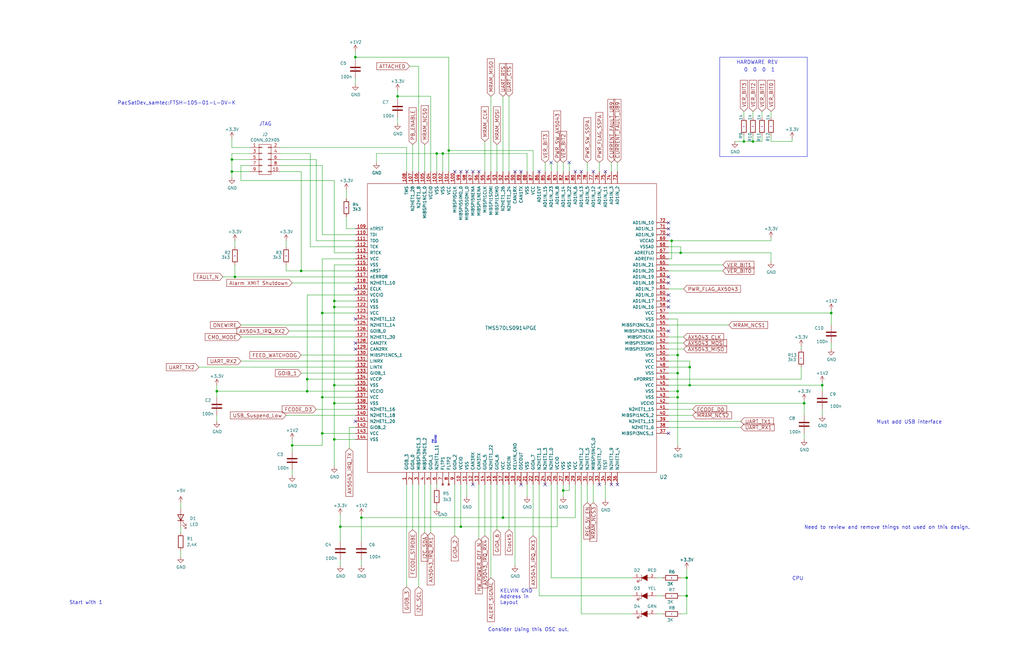
<source format=kicad_sch>
(kicad_sch (version 20230121) (generator eeschema)
  (paper "USLedger")
  (title_block (title "Radiation Tolerant PacSat Communication") (date "2023-06-17") (rev "1.1") (company "AMSAT-NA") (comment 1 "N5BRG"))
  (junction (at 129.54 165.1))
  (junction (at 140.97 170.18))
  (junction (at 194.31 222.25))
  (junction (at 285.75 165.1))
  (junction (at 313.69 59.69))
  (junction (at 140.97 162.56))
  (junction (at 152.4 218.44))
  (junction (at 189.23 63.5))
  (junction (at 285.75 157.48))
  (junction (at 350.52 132.08))
  (junction (at 97.79 67.31))
  (junction (at 143.51 222.25))
  (junction (at 285.75 149.86))
  (junction (at 129.54 160.02))
  (junction (at 287.02 106.68))
  (junction (at 184.15 64.77))
  (junction (at 99.06 116.84))
  (junction (at 290.83 154.94))
  (junction (at 289.56 251.46))
  (junction (at 149.86 24.13))
  (junction (at 289.56 243.84))
  (junction (at 140.97 127))
  (junction (at 212.09 218.44))
  (junction (at 167.64 40.64))
  (junction (at 237.49 207.01))
  (junction (at 135.89 132.08))
  (junction (at 91.44 165.1))
  (junction (at 346.71 162.56))
  (junction (at 135.89 167.64))
  (junction (at 135.89 182.88))
  (junction (at 339.09 170.18))
  (junction (at 140.97 129.54))
  (junction (at 317.5 59.69))
  (junction (at 285.75 167.64))
  (junction (at 127 114.3))
  (junction (at 140.97 185.42))
  (junction (at 186.69 64.77))
  (junction (at 97.79 72.39))
  (junction (at 123.19 187.96))
  (junction (at 283.21 101.6))
  (junction (at 290.83 162.56))
  (no_connect (at 281.94 96.52))
  (no_connect (at 281.94 124.46))
  (no_connect (at 191.77 72.39))
  (no_connect (at 232.41 68.58))
  (no_connect (at 257.81 204.47))
  (no_connect (at 281.94 139.7))
  (no_connect (at 199.39 204.47))
  (no_connect (at 199.39 72.39))
  (no_connect (at 281.94 129.54))
  (no_connect (at 281.94 182.88))
  (no_connect (at 196.85 72.39))
  (no_connect (at 194.31 72.39))
  (no_connect (at 227.33 72.39))
  (no_connect (at 219.71 204.47))
  (no_connect (at 281.94 127))
  (no_connect (at 260.35 204.47))
  (no_connect (at 217.17 72.39))
  (no_connect (at 149.86 144.78))
  (no_connect (at 149.86 177.8))
  (no_connect (at 219.71 72.39))
  (no_connect (at 242.57 72.39))
  (no_connect (at 281.94 119.38))
  (no_connect (at 245.11 72.39))
  (no_connect (at 281.94 99.06))
  (no_connect (at 149.86 147.32))
  (no_connect (at 201.93 72.39))
  (no_connect (at 252.73 204.47))
  (no_connect (at 229.87 204.47))
  (no_connect (at 281.94 116.84))
  (no_connect (at 255.27 72.39))
  (no_connect (at 149.86 121.92))
  (no_connect (at 281.94 93.98))
  (no_connect (at 240.03 68.58))
  (no_connect (at 149.86 134.62))
  (no_connect (at 250.19 72.39))
  (wire (pts (xy 245.11 259.08) (xy 266.7 259.08)))
  (wire (pts (xy 91.44 162.56) (xy 91.44 165.1)))
  (wire (pts (xy 285.75 165.1) (xy 281.94 165.1)))
  (wire (pts (xy 135.89 182.88) (xy 135.89 187.96)))
  (wire (pts (xy 129.54 124.46) (xy 129.54 160.02)))
  (wire (pts (xy 339.09 170.18) (xy 339.09 175.26)))
  (wire (pts (xy 133.35 101.6) (xy 133.35 67.31)))
  (wire (pts (xy 143.51 236.22) (xy 143.51 238.76)))
  (wire (pts (xy 232.41 68.58) (xy 232.41 72.39)))
  (wire (pts (xy 91.44 175.26) (xy 91.44 177.8)))
  (wire (pts (xy 140.97 170.18) (xy 149.86 170.18)))
  (wire (pts (xy 350.52 132.08) (xy 350.52 137.16)))
  (wire (pts (xy 281.94 175.26) (xy 292.1 175.26)))
  (wire (pts (xy 152.4 217.17) (xy 152.4 218.44)))
  (wire (pts (xy 120.65 101.6) (xy 120.65 104.14)))
  (wire (pts (xy 140.97 127) (xy 149.86 127)))
  (wire (pts (xy 101.6 137.16) (xy 149.86 137.16)))
  (wire (pts (xy 285.75 149.86) (xy 285.75 157.48)))
  (wire (pts (xy 194.31 222.25) (xy 234.95 222.25)))
  (wire (pts (xy 149.86 109.22) (xy 135.89 109.22)))
  (wire (pts (xy 143.51 222.25) (xy 143.51 228.6)))
  (wire (pts (xy 127 72.39) (xy 118.11 72.39)))
  (wire (pts (xy 350.52 130.81) (xy 350.52 132.08)))
  (wire (pts (xy 140.97 76.2) (xy 101.6 76.2)))
  (wire (pts (xy 317.5 59.69) (xy 321.31 59.69)))
  (wire (pts (xy 123.19 187.96) (xy 123.19 190.5)))
  (wire (pts (xy 97.79 62.23) (xy 97.79 58.42)))
  (wire (pts (xy 281.94 180.34) (xy 312.42 180.34)))
  (wire (pts (xy 101.6 142.24) (xy 149.86 142.24)))
  (wire (pts (xy 101.6 76.2) (xy 101.6 69.85)))
  (wire (pts (xy 146.05 96.52) (xy 149.86 96.52)))
  (wire (pts (xy 152.4 218.44) (xy 152.4 228.6)))
  (wire (pts (xy 204.47 226.06) (xy 204.47 204.47)))
  (wire (pts (xy 290.83 152.4) (xy 281.94 152.4)))
  (wire (pts (xy 287.02 243.84) (xy 289.56 243.84)))
  (wire (pts (xy 281.94 177.8) (xy 312.42 177.8)))
  (wire (pts (xy 133.35 67.31) (xy 118.11 67.31)))
  (wire (pts (xy 158.75 64.77) (xy 158.75 68.58)))
  (wire (pts (xy 252.73 68.58) (xy 252.73 72.39)))
  (wire (pts (xy 91.44 165.1) (xy 91.44 167.64)))
  (wire (pts (xy 212.09 218.44) (xy 242.57 218.44)))
  (wire (pts (xy 176.53 27.94) (xy 172.72 27.94)))
  (wire (pts (xy 129.54 124.46) (xy 149.86 124.46)))
  (wire (pts (xy 234.95 68.58) (xy 234.95 72.39)))
  (wire (pts (xy 247.65 68.58) (xy 247.65 72.39)))
  (wire (pts (xy 143.51 222.25) (xy 194.31 222.25)))
  (wire (pts (xy 105.41 62.23) (xy 97.79 62.23)))
  (wire (pts (xy 99.06 116.84) (xy 149.86 116.84)))
  (wire (pts (xy 234.95 222.25) (xy 234.95 204.47)))
  (wire (pts (xy 276.86 259.08) (xy 279.4 259.08)))
  (wire (pts (xy 135.89 187.96) (xy 123.19 187.96)))
  (wire (pts (xy 201.93 204.47) (xy 201.93 227.33)))
  (wire (pts (xy 212.09 204.47) (xy 212.09 218.44)))
  (wire (pts (xy 350.52 144.78) (xy 350.52 147.32)))
  (wire (pts (xy 304.8 114.3) (xy 281.94 114.3)))
  (wire (pts (xy 149.86 149.86) (xy 127 149.86)))
  (wire (pts (xy 149.86 152.4) (xy 101.6 152.4)))
  (wire (pts (xy 133.35 172.72) (xy 149.86 172.72)))
  (wire (pts (xy 120.65 175.26) (xy 149.86 175.26)))
  (wire (pts (xy 207.01 72.39) (xy 207.01 40.64)))
  (wire (pts (xy 167.64 49.53) (xy 167.64 52.07)))
  (wire (pts (xy 191.77 204.47) (xy 191.77 226.06)))
  (wire (pts (xy 281.94 134.62) (xy 285.75 134.62)))
  (wire (pts (xy 127 114.3) (xy 127 72.39)))
  (polyline (pts (xy 340.36 24.13) (xy 303.53 24.13)))
  (wire (pts (xy 255.27 204.47) (xy 255.27 210.82)))
  (wire (pts (xy 281.94 121.92) (xy 288.29 121.92)))
  (wire (pts (xy 289.56 259.08) (xy 287.02 259.08)))
  (wire (pts (xy 140.97 111.76) (xy 140.97 127)))
  (wire (pts (xy 209.55 72.39) (xy 209.55 60.96)))
  (wire (pts (xy 240.03 207.01) (xy 240.03 204.47)))
  (wire (pts (xy 334.01 59.69) (xy 334.01 58.42)))
  (wire (pts (xy 129.54 160.02) (xy 129.54 165.1)))
  (wire (pts (xy 222.25 64.77) (xy 222.25 72.39)))
  (wire (pts (xy 337.82 160.02) (xy 281.94 160.02)))
  (wire (pts (xy 337.82 146.05) (xy 337.82 147.32)))
  (wire (pts (xy 346.71 172.72) (xy 346.71 175.26)))
  (wire (pts (xy 149.86 104.14) (xy 130.81 104.14)))
  (polyline (pts (xy 303.53 66.04) (xy 340.36 66.04)))
  (wire (pts (xy 209.55 204.47) (xy 209.55 223.52)))
  (wire (pts (xy 325.12 106.68) (xy 325.12 110.49)))
  (wire (pts (xy 179.07 224.79) (xy 179.07 204.47)))
  (wire (pts (xy 99.06 111.76) (xy 99.06 116.84)))
  (wire (pts (xy 289.56 240.03) (xy 289.56 243.84)))
  (wire (pts (xy 97.79 72.39) (xy 105.41 72.39)))
  (wire (pts (xy 281.94 147.32) (xy 288.29 147.32)))
  (wire (pts (xy 281.94 111.76) (xy 304.8 111.76)))
  (wire (pts (xy 281.94 109.22) (xy 283.21 109.22)))
  (wire (pts (xy 281.94 137.16) (xy 307.34 137.16)))
  (wire (pts (xy 127 157.48) (xy 149.86 157.48)))
  (wire (pts (xy 309.88 59.69) (xy 313.69 59.69)))
  (wire (pts (xy 237.49 68.58) (xy 237.49 72.39)))
  (wire (pts (xy 173.99 60.96) (xy 173.99 72.39)))
  (wire (pts (xy 91.44 165.1) (xy 129.54 165.1)))
  (wire (pts (xy 123.19 119.38) (xy 149.86 119.38)))
  (wire (pts (xy 181.61 204.47) (xy 181.61 224.79)))
  (wire (pts (xy 237.49 207.01) (xy 240.03 207.01)))
  (wire (pts (xy 222.25 204.47) (xy 222.25 209.55)))
  (wire (pts (xy 140.97 185.42) (xy 149.86 185.42)))
  (wire (pts (xy 204.47 72.39) (xy 204.47 59.69)))
  (wire (pts (xy 171.45 72.39) (xy 171.45 62.23)))
  (wire (pts (xy 149.86 132.08) (xy 135.89 132.08)))
  (wire (pts (xy 135.89 132.08) (xy 135.89 167.64)))
  (wire (pts (xy 97.79 64.77) (xy 97.79 67.31)))
  (wire (pts (xy 130.81 104.14) (xy 130.81 64.77)))
  (wire (pts (xy 135.89 109.22) (xy 135.89 132.08)))
  (wire (pts (xy 167.64 38.1) (xy 167.64 40.64)))
  (wire (pts (xy 127 114.3) (xy 149.86 114.3)))
  (wire (pts (xy 121.92 139.7) (xy 149.86 139.7)))
  (wire (pts (xy 227.33 204.47) (xy 227.33 251.46)))
  (wire (pts (xy 149.86 33.02) (xy 149.86 35.56)))
  (wire (pts (xy 290.83 162.56) (xy 346.71 162.56)))
  (wire (pts (xy 152.4 236.22) (xy 152.4 238.76)))
  (wire (pts (xy 283.21 109.22) (xy 283.21 101.6)))
  (wire (pts (xy 99.06 101.6) (xy 99.06 104.14)))
  (wire (pts (xy 140.97 129.54) (xy 149.86 129.54)))
  (wire (pts (xy 130.81 64.77) (xy 118.11 64.77)))
  (wire (pts (xy 212.09 40.64) (xy 212.09 72.39)))
  (wire (pts (xy 281.94 162.56) (xy 290.83 162.56)))
  (wire (pts (xy 194.31 222.25) (xy 194.31 204.47)))
  (wire (pts (xy 158.75 64.77) (xy 184.15 64.77)))
  (wire (pts (xy 184.15 213.36) (xy 184.15 214.63)))
  (wire (pts (xy 140.97 162.56) (xy 140.97 170.18)))
  (wire (pts (xy 135.89 69.85) (xy 118.11 69.85)))
  (wire (pts (xy 189.23 24.13) (xy 189.23 63.5)))
  (wire (pts (xy 140.97 162.56) (xy 149.86 162.56)))
  (wire (pts (xy 290.83 152.4) (xy 290.83 154.94)))
  (wire (pts (xy 229.87 68.58) (xy 229.87 72.39)))
  (wire (pts (xy 97.79 67.31) (xy 97.79 72.39)))
  (wire (pts (xy 346.71 161.29) (xy 346.71 162.56)))
  (wire (pts (xy 325.12 101.6) (xy 325.12 100.33)))
  (wire (pts (xy 149.86 24.13) (xy 149.86 25.4)))
  (wire (pts (xy 285.75 157.48) (xy 281.94 157.48)))
  (wire (pts (xy 242.57 218.44) (xy 242.57 204.47)))
  (polyline (pts (xy 340.36 66.04) (xy 340.36 24.13)))
  (wire (pts (xy 285.75 157.48) (xy 285.75 165.1)))
  (wire (pts (xy 186.69 64.77) (xy 186.69 72.39)))
  (wire (pts (xy 224.79 63.5) (xy 189.23 63.5)))
  (wire (pts (xy 105.41 67.31) (xy 97.79 67.31)))
  (wire (pts (xy 143.51 217.17) (xy 143.51 222.25)))
  (wire (pts (xy 325.12 59.69) (xy 334.01 59.69)))
  (wire (pts (xy 184.15 72.39) (xy 184.15 64.77)))
  (wire (pts (xy 135.89 167.64) (xy 149.86 167.64)))
  (wire (pts (xy 232.41 243.84) (xy 266.7 243.84)))
  (wire (pts (xy 140.97 129.54) (xy 140.97 162.56)))
  (wire (pts (xy 129.54 165.1) (xy 149.86 165.1)))
  (wire (pts (xy 292.1 172.72) (xy 281.94 172.72)))
  (wire (pts (xy 317.5 49.53) (xy 317.5 46.99)))
  (wire (pts (xy 276.86 243.84) (xy 279.4 243.84)))
  (wire (pts (xy 337.82 154.94) (xy 337.82 160.02)))
  (wire (pts (xy 285.75 167.64) (xy 281.94 167.64)))
  (wire (pts (xy 232.41 204.47) (xy 232.41 243.84)))
  (wire (pts (xy 214.63 204.47) (xy 214.63 223.52)))
  (wire (pts (xy 149.86 99.06) (xy 135.89 99.06)))
  (wire (pts (xy 281.94 132.08) (xy 350.52 132.08)))
  (wire (pts (xy 186.69 64.77) (xy 222.25 64.77)))
  (wire (pts (xy 167.64 40.64) (xy 167.64 41.91)))
  (wire (pts (xy 105.41 64.77) (xy 97.79 64.77)))
  (wire (pts (xy 281.94 144.78) (xy 288.29 144.78)))
  (polyline (pts (xy 303.53 24.13) (xy 303.53 66.04)))
  (wire (pts (xy 189.23 63.5) (xy 189.23 72.39)))
  (wire (pts (xy 152.4 218.44) (xy 212.09 218.44)))
  (wire (pts (xy 135.89 167.64) (xy 135.89 182.88)))
  (wire (pts (xy 289.56 243.84) (xy 289.56 251.46)))
  (wire (pts (xy 346.71 162.56) (xy 346.71 165.1)))
  (wire (pts (xy 135.89 182.88) (xy 149.86 182.88)))
  (wire (pts (xy 285.75 167.64) (xy 285.75 187.96)))
  (wire (pts (xy 101.6 69.85) (xy 105.41 69.85)))
  (wire (pts (xy 321.31 59.69) (xy 321.31 57.15)))
  (wire (pts (xy 171.45 62.23) (xy 118.11 62.23)))
  (wire (pts (xy 281.94 142.24) (xy 288.29 142.24)))
  (wire (pts (xy 149.86 111.76) (xy 140.97 111.76)))
  (wire (pts (xy 120.65 114.3) (xy 120.65 111.76)))
  (wire (pts (xy 290.83 154.94) (xy 281.94 154.94)))
  (wire (pts (xy 281.94 104.14) (xy 287.02 104.14)))
  (wire (pts (xy 257.81 68.58) (xy 257.81 72.39)))
  (wire (pts (xy 140.97 106.68) (xy 140.97 76.2)))
  (wire (pts (xy 224.79 72.39) (xy 224.79 63.5)))
  (wire (pts (xy 76.2 212.09) (xy 76.2 214.63)))
  (wire (pts (xy 171.45 247.65) (xy 171.45 204.47)))
  (wire (pts (xy 76.2 232.41) (xy 76.2 234.95)))
  (wire (pts (xy 240.03 68.58) (xy 240.03 72.39)))
  (wire (pts (xy 289.56 251.46) (xy 287.02 251.46)))
  (wire (pts (xy 283.21 101.6) (xy 325.12 101.6)))
  (wire (pts (xy 149.86 160.02) (xy 129.54 160.02)))
  (wire (pts (xy 196.85 204.47) (xy 196.85 209.55)))
  (wire (pts (xy 287.02 106.68) (xy 325.12 106.68)))
  (wire (pts (xy 281.94 101.6) (xy 283.21 101.6)))
  (wire (pts (xy 140.97 170.18) (xy 140.97 185.42)))
  (wire (pts (xy 289.56 251.46) (xy 289.56 259.08)))
  (wire (pts (xy 173.99 223.52) (xy 173.99 204.47)))
  (wire (pts (xy 146.05 91.44) (xy 146.05 96.52)))
  (wire (pts (xy 281.94 170.18) (xy 339.09 170.18)))
  (wire (pts (xy 313.69 46.99) (xy 313.69 49.53)))
  (wire (pts (xy 123.19 185.42) (xy 123.19 187.96)))
  (wire (pts (xy 149.86 106.68) (xy 140.97 106.68)))
  (wire (pts (xy 290.83 154.94) (xy 290.83 162.56)))
  (wire (pts (xy 214.63 40.64) (xy 214.63 72.39)))
  (wire (pts (xy 224.79 226.06) (xy 224.79 204.47)))
  (wire (pts (xy 217.17 204.47) (xy 217.17 238.76)))
  (wire (pts (xy 285.75 165.1) (xy 285.75 167.64)))
  (wire (pts (xy 149.86 24.13) (xy 189.23 24.13)))
  (wire (pts (xy 339.09 182.88) (xy 339.09 185.42)))
  (wire (pts (xy 149.86 180.34) (xy 147.32 180.34)))
  (wire (pts (xy 276.86 251.46) (xy 279.4 251.46)))
  (wire (pts (xy 313.69 59.69) (xy 317.5 59.69)))
  (wire (pts (xy 147.32 180.34) (xy 147.32 189.23)))
  (wire (pts (xy 184.15 204.47) (xy 184.15 205.74)))
  (wire (pts (xy 237.49 204.47) (xy 237.49 207.01)))
  (wire (pts (xy 227.33 251.46) (xy 266.7 251.46)))
  (wire (pts (xy 181.61 40.64) (xy 181.61 72.39)))
  (wire (pts (xy 184.15 64.77) (xy 186.69 64.77)))
  (wire (pts (xy 76.2 222.25) (xy 76.2 224.79)))
  (wire (pts (xy 167.64 40.64) (xy 181.61 40.64)))
  (wire (pts (xy 339.09 168.91) (xy 339.09 170.18)))
  (wire (pts (xy 281.94 106.68) (xy 287.02 106.68)))
  (wire (pts (xy 313.69 59.69) (xy 313.69 57.15)))
  (wire (pts (xy 176.53 27.94) (xy 176.53 72.39)))
  (wire (pts (xy 250.19 204.47) (xy 250.19 212.09)))
  (wire (pts (xy 237.49 207.01) (xy 237.49 209.55)))
  (wire (pts (xy 97.79 72.39) (xy 97.79 74.93)))
  (wire (pts (xy 245.11 204.47) (xy 245.11 259.08)))
  (wire (pts (xy 149.86 154.94) (xy 83.82 154.94)))
  (wire (pts (xy 287.02 104.14) (xy 287.02 106.68)))
  (wire (pts (xy 135.89 99.06) (xy 135.89 69.85)))
  (wire (pts (xy 123.19 198.12) (xy 123.19 200.66)))
  (wire (pts (xy 321.31 49.53) (xy 321.31 46.99)))
  (wire (pts (xy 146.05 80.01) (xy 146.05 83.82)))
  (wire (pts (xy 260.35 68.58) (xy 260.35 72.39)))
  (wire (pts (xy 149.86 101.6) (xy 133.35 101.6)))
  (wire (pts (xy 179.07 72.39) (xy 179.07 60.96)))
  (wire (pts (xy 207.01 243.84) (xy 207.01 204.47)))
  (wire (pts (xy 325.12 59.69) (xy 325.12 57.15)))
  (wire (pts (xy 140.97 185.42) (xy 140.97 196.85)))
  (wire (pts (xy 140.97 127) (xy 140.97 129.54)))
  (wire (pts (xy 285.75 134.62) (xy 285.75 149.86)))
  (wire (pts (xy 247.65 204.47) (xy 247.65 212.09)))
  (wire (pts (xy 93.98 116.84) (xy 99.06 116.84)))
  (wire (pts (xy 176.53 204.47) (xy 176.53 247.65)))
  (wire (pts (xy 325.12 49.53) (xy 325.12 46.99)))
  (wire (pts (xy 120.65 114.3) (xy 127 114.3)))
  (wire (pts (xy 317.5 57.15) (xy 317.5 59.69)))
  (wire (pts (xy 281.94 149.86) (xy 285.75 149.86)))
  (wire (pts (xy 149.86 21.59) (xy 149.86 24.13)))
  (text "CPU" (at 334.01 245.11 0) (effects (font (size 1.524 1.524)) (justify left bottom)))
  (text "PacSatDev_samtec:FTSH-105-01-L-DV-K" (at 49.53 44.45 0) (effects (font (size 1.524 1.524)) (justify left bottom)))
  (text "0" (at 321.31 30.48 0) (effects (font (size 1.524 1.524)) (justify left bottom)))
  (text "0" (at 313.69 30.48 0) (effects (font (size 1.524 1.524)) (justify left bottom)))
  (text "Consider Using this OSC out." (at 205.74 266.7 0) (effects (font (size 1.524 1.524)) (justify left bottom)))
  (text "JTAG" (at 109.22 53.34 0) (effects (font (size 1.524 1.524)) (justify left bottom)))
  (text "Need to review and remove things not used on this design." (at 339.09 223.52 0) (effects (font (size 1.524 1.524)) (justify left bottom)))
  (text "Must add USB interface" (at 369.57 179.07 0) (effects (font (size 1.524 1.524)) (justify left bottom)))
  (text "HARDWARE REV" (at 310.515 27.305 0) (effects (font (size 1.524 1.524)) (justify left bottom)))
  (text "Start with 1" (at 29.21 255.27 0) (effects (font (size 1.524 1.524)) (justify left bottom)))
  (text "HW\nSENSE" (at 184.15 187.325 90) (effects (font (size 0.762 0.762)) (justify left bottom)))
  (text "1" (at 325.12 30.48 0) (effects (font (size 1.524 1.524)) (justify left bottom)))
  (text "0" (at 317.5 30.48 0) (effects (font (size 1.524 1.524)) (justify left bottom)))
  (text "KELVIN GND\nAddress in\nLayout" (at 210.82 255.27 0) (effects (font (size 1.524 1.524)) (justify left bottom)))
  (global_label "FCODE_STROBE" (shape input) (at 173.99 223.52 270) (effects (font (size 1.524 1.524))) (property "Intersheetrefs" "${INTERSHEET_REFS}" (effects hide)))
  (global_label "VER_BIT2" (shape input) (at 237.49 68.58 90) (effects (font (size 1.524 1.524))) (property "Intersheetrefs" "${INTERSHEET_REFS}" (effects hide)))
  (global_label "UART_RX2" (shape input) (at 101.6 152.4 180) (effects (font (size 1.524 1.524))) (property "Intersheetrefs" "${INTERSHEET_REFS}" (effects hide)))
  (global_label "AX5043_IRQ_RX2" (shape input) (at 121.92 139.7 180) (effects (font (size 1.524 1.524))) (property "Intersheetrefs" "${INTERSHEET_REFS}" (effects hide)))
  (global_label "CMD_MODE" (shape input) (at 101.6 142.24 180) (effects (font (size 1.524 1.524))) (property "Intersheetrefs" "${INTERSHEET_REFS}" (effects hide)))
  (global_label "VER_BIT1" (shape input) (at 304.8 111.76 0) (effects (font (size 1.524 1.524))) (property "Intersheetrefs" "${INTERSHEET_REFS}" (effects hide)))
  (global_label "MRAM_NCS0" (shape input) (at 179.07 60.96 90) (effects (font (size 1.524 1.524))) (property "Intersheetrefs" "${INTERSHEET_REFS}" (effects hide)))
  (global_label "MRAM_MISO" (shape input) (at 207.01 40.64 90) (effects (font (size 1.524 1.524))) (property "Intersheetrefs" "${INTERSHEET_REFS}" (effects hide)))
  (global_label "VER_BIT0" (shape input) (at 304.8 114.3 0) (effects (font (size 1.524 1.524))) (property "Intersheetrefs" "${INTERSHEET_REFS}" (effects hide)))
  (global_label "ONEWIRE" (shape input) (at 101.6 137.16 180) (effects (font (size 1.524 1.524))) (property "Intersheetrefs" "${INTERSHEET_REFS}" (effects hide)))
  (global_label "UART_TX2" (shape input) (at 83.82 154.94 180) (effects (font (size 1.524 1.524))) (property "Intersheetrefs" "${INTERSHEET_REFS}" (effects hide)))
  (global_label "AX5043_IRQ_RX1" (shape input) (at 181.61 224.79 270) (effects (font (size 1.524 1.524))) (property "Intersheetrefs" "${INTERSHEET_REFS}" (effects hide)))
  (global_label "GIOA_6" (shape input) (at 209.55 223.52 270) (effects (font (size 1.524 1.524))) (property "Intersheetrefs" "${INTERSHEET_REFS}" (effects hide)))
  (global_label "PWR_FLAG_AX5043" (shape input) (at 288.29 121.92 0) (effects (font (size 1.524 1.524))) (property "Intersheetrefs" "${INTERSHEET_REFS}" (effects hide)))
  (global_label "PWR_SW_SSPA" (shape input) (at 247.65 68.58 90) (effects (font (size 1.524 1.524))) (property "Intersheetrefs" "${INTERSHEET_REFS}" (effects hide)))
  (global_label "AX5043_IRQ_RX4" (shape input) (at 204.47 226.06 270) (effects (font (size 1.524 1.524))) (property "Intersheetrefs" "${INTERSHEET_REFS}" (effects hide)))
  (global_label "FEED_WATCHDOG" (shape input) (at 127 149.86 180) (effects (font (size 1.524 1.524))) (property "Intersheetrefs" "${INTERSHEET_REFS}" (effects hide)))
  (global_label "ALERT_SIGNAL" (shape input) (at 207.01 243.84 270) (effects (font (size 1.524 1.524))) (property "Intersheetrefs" "${INTERSHEET_REFS}" (effects hide)))
  (global_label "AX5043_IRQ_TX" (shape input) (at 147.32 189.23 270) (effects (font (size 1.524 1.524))) (property "Intersheetrefs" "${INTERSHEET_REFS}" (effects hide)))
  (global_label "FAULT_N" (shape input) (at 93.98 116.84 180) (effects (font (size 1.524 1.524))) (property "Intersheetrefs" "${INTERSHEET_REFS}" (effects hide)))
  (global_label "USB_Suspend_Low" (shape input) (at 120.65 175.26 180) (effects (font (size 1.524 1.524))) (property "Intersheetrefs" "${INTERSHEET_REFS}" (effects hide)))
  (global_label "UART_TX1" (shape input) (at 312.42 177.8 0) (effects (font (size 1.524 1.524))) (property "Intersheetrefs" "${INTERSHEET_REFS}" (effects hide)))
  (global_label "CURRENT_FAULT_U89" (shape input) (at 260.35 68.58 90) (effects (font (size 1.524 1.524))) (property "Intersheetrefs" "${INTERSHEET_REFS}" (effects hide)))
  (global_label "MRAM_NCS2" (shape input) (at 292.1 175.26 0) (effects (font (size 1.524 1.524))) (property "Intersheetrefs" "${INTERSHEET_REFS}" (effects hide)))
  (global_label "MRAM_CLK" (shape input) (at 204.47 59.69 90) (effects (font (size 1.524 1.524))) (property "Intersheetrefs" "${INTERSHEET_REFS}" (effects hide)))
  (global_label "MRAM_NCS3" (shape input) (at 250.19 212.09 270) (effects (font (size 1.524 1.524))) (property "Intersheetrefs" "${INTERSHEET_REFS}" (effects hide)))
  (global_label "AX5043_IRQ_RX3" (shape input) (at 224.79 226.06 270) (effects (font (size 1.524 1.524))) (property "Intersheetrefs" "${INTERSHEET_REFS}" (effects hide)))
  (global_label "GOIB_1" (shape input) (at 127 157.48 180) (effects (font (size 1.524 1.524))) (property "Intersheetrefs" "${INTERSHEET_REFS}" (effects hide)))
  (global_label "PWR_FLAG_SSPA" (shape input) (at 252.73 68.58 90) (effects (font (size 1.524 1.524))) (property "Intersheetrefs" "${INTERSHEET_REFS}" (effects hide)))
  (global_label "I2C_SDA" (shape input) (at 179.07 224.79 270) (effects (font (size 1.524 1.524))) (property "Intersheetrefs" "${INTERSHEET_REFS}" (effects hide)))
  (global_label "Alarm XMIT Shutdown" (shape input) (at 123.19 119.38 180) (effects (font (size 1.524 1.524))) (property "Intersheetrefs" "${INTERSHEET_REFS}" (effects hide)))
  (global_label "MRAM_MOSI" (shape input) (at 209.55 60.96 90) (effects (font (size 1.524 1.524))) (property "Intersheetrefs" "${INTERSHEET_REFS}" (effects hide)))
  (global_label "GIOA_2" (shape input) (at 191.77 226.06 270) (effects (font (size 1.524 1.524))) (property "Intersheetrefs" "${INTERSHEET_REFS}" (effects hide)))
  (global_label "GIOB_3" (shape input) (at 171.45 247.65 270) (effects (font (size 1.524 1.524))) (property "Intersheetrefs" "${INTERSHEET_REFS}" (effects hide)))
  (global_label "PB_ENABLE" (shape input) (at 173.99 60.96 90) (effects (font (size 1.524 1.524))) (property "Intersheetrefs" "${INTERSHEET_REFS}" (effects hide)))
  (global_label "VER_BIT3" (shape input) (at 313.69 46.99 90) (effects (font (size 1.524 1.524))) (property "Intersheetrefs" "${INTERSHEET_REFS}" (effects hide)))
  (global_label "UART_RX1" (shape input) (at 312.42 180.34 0) (effects (font (size 1.524 1.524))) (property "Intersheetrefs" "${INTERSHEET_REFS}" (effects hide)))
  (global_label "FCODE_D0" (shape input) (at 292.1 172.72 0) (effects (font (size 1.524 1.524))) (property "Intersheetrefs" "${INTERSHEET_REFS}" (effects hide)))
  (global_label "AX5043_CLK" (shape input) (at 288.29 142.24 0) (effects (font (size 1.524 1.524))) (property "Intersheetrefs" "${INTERSHEET_REFS}" (effects hide)))
  (global_label "VER_BIT3" (shape input) (at 229.87 68.58 90) (effects (font (size 1.524 1.524))) (property "Intersheetrefs" "${INTERSHEET_REFS}" (effects hide)))
  (global_label "ATTACHED" (shape input) (at 172.72 27.94 180) (effects (font (size 1.524 1.524))) (property "Intersheetrefs" "${INTERSHEET_REFS}" (effects hide)))
  (global_label "AX5043_MISO" (shape input) (at 288.29 147.32 0) (effects (font (size 1.524 1.524))) (property "Intersheetrefs" "${INTERSHEET_REFS}" (effects hide)))
  (global_label "MRAM_NCS1" (shape input) (at 307.34 137.16 0) (effects (font (size 1.524 1.524))) (property "Intersheetrefs" "${INTERSHEET_REFS}" (effects hide)))
  (global_label "UART_RTS" (shape input) (at 212.09 40.64 90) (effects (font (size 1.524 1.524))) (property "Intersheetrefs" "${INTERSHEET_REFS}" (effects hide)))
  (global_label "UART_CTS" (shape input) (at 214.63 40.64 90) (effects (font (size 1.524 1.524))) (property "Intersheetrefs" "${INTERSHEET_REFS}" (effects hide)))
  (global_label "CURRENT_FAULT_U89" (shape input) (at 257.81 68.58 90) (effects (font (size 1.524 1.524))) (property "Intersheetrefs" "${INTERSHEET_REFS}" (effects hide)))
  (global_label "VER_BIT1" (shape input) (at 321.31 46.99 90) (effects (font (size 1.524 1.524))) (property "Intersheetrefs" "${INTERSHEET_REFS}" (effects hide)))
  (global_label "HW_POWER_OFF_N" (shape input) (at 201.93 227.33 270) (effects (font (size 1.524 1.524))) (property "Intersheetrefs" "${INTERSHEET_REFS}" (effects hide)))
  (global_label "Clock5" (shape input) (at 214.63 223.52 270) (effects (font (size 1.524 1.524))) (property "Intersheetrefs" "${INTERSHEET_REFS}" (effects hide)))
  (global_label "PWR_SW_AX5043" (shape input) (at 234.95 68.58 90) (effects (font (size 1.524 1.524))) (property "Intersheetrefs" "${INTERSHEET_REFS}" (effects hide)))
  (global_label "FCODE_D3" (shape input) (at 133.35 172.72 180) (effects (font (size 1.524 1.524))) (property "Intersheetrefs" "${INTERSHEET_REFS}" (effects hide)))
  (global_label "AX5043_MOSI" (shape input) (at 288.29 144.78 0) (effects (font (size 1.524 1.524))) (property "Intersheetrefs" "${INTERSHEET_REFS}" (effects hide)))
  (global_label "VER_BIT2" (shape input) (at 317.5 46.99 90) (effects (font (size 1.524 1.524))) (property "Intersheetrefs" "${INTERSHEET_REFS}" (effects hide)))
  (global_label "REG_5V_EN" (shape input) (at 247.65 212.09 270) (effects (font (size 1.524 1.524))) (property "Intersheetrefs" "${INTERSHEET_REFS}" (effects hide)))
  (global_label "VER_BIT0" (shape input) (at 325.12 46.99 90) (effects (font (size 1.524 1.524))) (property "Intersheetrefs" "${INTERSHEET_REFS}" (effects hide)))
  (global_label "I2C_SCL" (shape input) (at 176.53 247.65 270) (effects (font (size 1.524 1.524))) (property "Intersheetrefs" "${INTERSHEET_REFS}" (effects hide)))
  (symbol (lib_id "PACSAT_ICs:TMS570LS0914PGE") (at 215.9 138.43 0) (unit 1)
    (property "Reference" "U2" (at 278.13 201.295 0) (effects (font (size 1.524 1.524)) (justify left)))
    (property "Value" "TMS570LS0914PGE" (at 204.47 138.43 0) (effects (font (size 1.524 1.524)) (justify left)))
    (property "Footprint" "PacSatDev_ti:TQFP-144_20x20mm_Pitch0.5mm" (effects hide))
  )
  (symbol (lib_id "power:GND") (at 196.85 209.55 0) (unit 1)
    (property "Reference" "#PWR023" (effects hide))
    (property "Value" "GND" (at 196.977 213.9442 0))
  )
  (symbol (lib_id "power:GND") (at 285.75 187.96 0) (unit 1)
    (property "Reference" "#PWR027" (effects hide))
    (property "Value" "GND" (at 285.877 192.3542 0))
  )
  (symbol (lib_id "Device:R") (at 120.65 107.95 0) (unit 1)
    (property "Reference" "R3" (at 116.205 106.68 0) (effects (justify left)))
    (property "Value" "3k3" (at 114.935 108.585 0) (effects (justify left)))
    (property "Footprint" "Resistor_SMD:R_0603_1608Metric_Pad0.98x0.95mm_HandSolder" (effects hide))
    (property "Datasheet" "~" (at 120.65 107.95 0))
  )
  (symbol (lib_id "power:GND") (at 140.97 196.85 0) (unit 1)
    (property "Reference" "#PWR011" (effects hide))
    (property "Value" "GND" (at 141.097 201.2442 0))
  )
  (symbol (lib_id "power:GND") (at 222.25 209.55 0) (unit 1)
    (property "Reference" "#PWR024" (effects hide))
    (property "Value" "GND" (at 222.377 213.9442 0))
  )
  (symbol (lib_id "power:GND") (at 237.49 209.55 0) (unit 1)
    (property "Reference" "#PWR025" (effects hide))
    (property "Value" "GND" (at 237.617 213.9442 0))
  )
  (symbol (lib_id "power:GND") (at 158.75 68.58 0) (unit 1)
    (property "Reference" "#PWR019" (effects hide))
    (property "Value" "GND" (at 158.877 72.9742 0))
  )
  (symbol (lib_id "Device:C") (at 346.71 168.91 0) (unit 1)
    (property "Reference" "C9" (at 351.155 166.37 0))
    (property "Value" "100n" (at 352.425 171.45 0))
    (property "Footprint" "Capacitor_SMD:C_0603_1608Metric_Pad1.08x0.95mm_HandSolder" (effects hide))
    (property "Datasheet" "~" (at 346.71 168.91 0))
  )
  (symbol (lib_id "power:GND") (at 346.71 175.26 0) (unit 1)
    (property "Reference" "#PWR049" (effects hide))
    (property "Value" "GND" (at 346.837 179.6542 0))
  )
  (symbol (lib_id "Device:C") (at 167.64 45.72 0) (unit 1)
    (property "Reference" "C7" (at 162.56 43.18 0))
    (property "Value" "100n" (at 163.83 48.895 0))
    (property "Footprint" "Capacitor_SMD:C_0603_1608Metric_Pad1.08x0.95mm_HandSolder" (effects hide))
    (property "Datasheet" "~" (at 167.64 45.72 0))
  )
  (symbol (lib_id "power:GND") (at 167.64 52.07 0) (unit 1)
    (property "Reference" "#PWR021" (effects hide))
    (property "Value" "GND" (at 167.767 56.4642 0))
  )
  (symbol (lib_id "Device:C") (at 339.09 179.07 0) (unit 1)
    (property "Reference" "C8" (at 334.01 176.53 0))
    (property "Value" "100n" (at 335.28 182.245 0))
    (property "Footprint" "Capacitor_SMD:C_0603_1608Metric_Pad1.08x0.95mm_HandSolder" (effects hide))
    (property "Datasheet" "~" (at 339.09 179.07 0))
  )
  (symbol (lib_id "power:GND") (at 339.09 185.42 0) (unit 1)
    (property "Reference" "#PWR041" (effects hide))
    (property "Value" "GND" (at 339.217 189.8142 0))
  )
  (symbol (lib_id "Device:C") (at 350.52 140.97 0) (unit 1)
    (property "Reference" "C10" (at 345.44 138.43 0))
    (property "Value" "100n" (at 346.71 144.145 0))
    (property "Footprint" "Capacitor_SMD:C_0603_1608Metric_Pad1.08x0.95mm_HandSolder" (effects hide))
    (property "Datasheet" "~" (at 350.52 140.97 0))
  )
  (symbol (lib_id "power:GND") (at 350.52 147.32 0) (unit 1)
    (property "Reference" "#PWR064" (effects hide))
    (property "Value" "GND" (at 350.647 151.7142 0))
  )
  (symbol (lib_id "Device:C") (at 149.86 29.21 0) (unit 1)
    (property "Reference" "C5" (at 144.78 26.67 0))
    (property "Value" "100n" (at 146.05 32.385 0))
    (property "Footprint" "Capacitor_SMD:C_0603_1608Metric_Pad1.08x0.95mm_HandSolder" (effects hide))
    (property "Datasheet" "~" (at 149.86 29.21 0))
  )
  (symbol (lib_id "power:GND") (at 149.86 35.56 0) (unit 1)
    (property "Reference" "#PWR016" (effects hide))
    (property "Value" "GND" (at 149.987 39.9542 0))
  )
  (symbol (lib_id "Device:C") (at 152.4 232.41 0) (unit 1)
    (property "Reference" "C6" (at 156.845 229.87 0))
    (property "Value" "100n" (at 158.115 234.95 0))
    (property "Footprint" "Capacitor_SMD:C_0603_1608Metric_Pad1.08x0.95mm_HandSolder" (effects hide))
    (property "Datasheet" "~" (at 152.4 232.41 0))
  )
  (symbol (lib_id "power:GND") (at 152.4 238.76 0) (unit 1)
    (property "Reference" "#PWR018" (effects hide))
    (property "Value" "GND" (at 152.527 243.1542 0))
  )
  (symbol (lib_id "Device:C") (at 143.51 232.41 0) (unit 1)
    (property "Reference" "C4" (at 138.43 229.87 0))
    (property "Value" "100n" (at 139.7 235.585 0))
    (property "Footprint" "Capacitor_SMD:C_0603_1608Metric_Pad1.08x0.95mm_HandSolder" (effects hide))
    (property "Datasheet" "~" (at 143.51 232.41 0))
  )
  (symbol (lib_id "power:GND") (at 143.51 238.76 0) (unit 1)
    (property "Reference" "#PWR013" (effects hide))
    (property "Value" "GND" (at 143.637 243.1542 0))
  )
  (symbol (lib_id "Device:C") (at 123.19 194.31 0) (unit 1)
    (property "Reference" "C3" (at 118.11 191.77 0))
    (property "Value" "100n" (at 119.38 197.485 0))
    (property "Footprint" "Capacitor_SMD:C_0603_1608Metric_Pad1.08x0.95mm_HandSolder" (effects hide))
    (property "Datasheet" "~" (at 123.19 194.31 0))
  )
  (symbol (lib_id "power:GND") (at 123.19 200.66 0) (unit 1)
    (property "Reference" "#PWR010" (effects hide))
    (property "Value" "GND" (at 123.317 205.0542 0))
  )
  (symbol (lib_id "Device:C") (at 91.44 171.45 0) (unit 1)
    (property "Reference" "C2" (at 86.36 168.91 0) (effects (justify left)))
    (property "Value" "100n" (at 87.63 174.625 0))
    (property "Footprint" "Capacitor_SMD:C_0603_1608Metric_Pad1.08x0.95mm_HandSolder" (effects hide))
    (property "Datasheet" "~" (at 91.44 171.45 0))
  )
  (symbol (lib_id "power:GND") (at 91.44 177.8 0) (unit 1)
    (property "Reference" "#PWR03" (effects hide))
    (property "Value" "GND" (at 91.567 182.1942 0))
  )
  (symbol (lib_id "PACSAT_DEV_misc:CONN_02X05") (at 111.76 67.31 0) (unit 1)
    (property "Reference" "J2" (at 111.76 56.769 0))
    (property "Value" "CONN_02X05" (at 111.76 59.0804 0))
    (property "Footprint" "PacSatDev_samtec:FTSH-105-01-L-DV-K" (effects hide))
  )
  (symbol (lib_id "power:GND") (at 97.79 74.93 0) (unit 1)
    (property "Reference" "#PWR05" (effects hide))
    (property "Value" "GND" (at 97.917 79.3242 0))
  )
  (symbol (lib_id "Device:R") (at 146.05 87.63 0) (unit 1)
    (property "Reference" "R4" (at 148.59 86.36 0) (effects (justify left)))
    (property "Value" "3k3" (at 148.59 88.265 0) (effects (justify left)))
    (property "Footprint" "Resistor_SMD:R_0603_1608Metric_Pad0.98x0.95mm_HandSolder" (effects hide))
    (property "Datasheet" "~" (at 146.05 87.63 0))
  )
  (symbol (lib_id "Device:R") (at 99.06 107.95 0) (unit 1)
    (property "Reference" "R2" (at 94.615 106.68 0) (effects (justify left)))
    (property "Value" "3k3" (at 93.345 108.585 0) (effects (justify left)))
    (property "Footprint" "Resistor_SMD:R_0603_1608Metric_Pad0.98x0.95mm_HandSolder" (effects hide))
    (property "Datasheet" "~" (at 99.06 107.95 0))
  )
  (symbol (lib_id "power:GND") (at 255.27 210.82 0) (unit 1)
    (property "Reference" "#PWR026" (effects hide))
    (property "Value" "GND" (at 255.397 215.2142 0))
  )
  (symbol (lib_id "power:GND") (at 325.12 110.49 0) (unit 1)
    (property "Reference" "#PWR031" (effects hide))
    (property "Value" "GND" (at 325.247 114.8842 0))
  )
  (symbol (lib_id "PACSAT_DEV_misc:LED") (at 271.78 243.84 0) (unit 1)
    (property "Reference" "D2" (at 268.605 240.665 0))
    (property "Value" "RED" (at 274.955 240.665 0))
    (property "Footprint" "LED_SMD:LED_0603_1608Metric_Pad1.05x0.95mm_HandSolder" (effects hide))
  )
  (symbol (lib_id "PACSAT_DEV_misc:LED") (at 271.78 251.46 0) (unit 1)
    (property "Reference" "D3" (at 268.605 248.285 0))
    (property "Value" "YEL" (at 274.955 248.285 0))
    (property "Footprint" "LED_SMD:LED_0603_1608Metric_Pad1.05x0.95mm_HandSolder" (effects hide))
  )
  (symbol (lib_id "PACSAT_DEV_misc:LED") (at 271.78 259.08 0) (unit 1)
    (property "Reference" "D4" (at 268.605 255.905 0))
    (property "Value" "GRN" (at 274.955 255.905 0))
    (property "Footprint" "LED_SMD:LED_0603_1608Metric_Pad1.05x0.95mm_HandSolder" (effects hide))
  )
  (symbol (lib_id "Device:R") (at 283.21 243.84 270) (unit 1)
    (property "Reference" "R6" (at 281.94 241.3 90) (effects (justify left)))
    (property "Value" "3K" (at 281.305 246.38 90) (effects (justify left)))
    (property "Footprint" "Resistor_SMD:R_0603_1608Metric_Pad0.98x0.95mm_HandSolder" (effects hide))
    (property "Datasheet" "~" (at 283.21 243.84 0))
  )
  (symbol (lib_id "Device:R") (at 283.21 251.46 270) (unit 1)
    (property "Reference" "R7" (at 281.94 248.92 90) (effects (justify left)))
    (property "Value" "3K" (at 281.305 254 90) (effects (justify left)))
    (property "Footprint" "Resistor_SMD:R_0603_1608Metric_Pad0.98x0.95mm_HandSolder" (effects hide))
    (property "Datasheet" "~" (at 283.21 251.46 0))
  )
  (symbol (lib_id "Device:R") (at 283.21 259.08 270) (unit 1)
    (property "Reference" "R8" (at 281.94 256.54 90) (effects (justify left)))
    (property "Value" "3K" (at 281.305 261.62 90) (effects (justify left)))
    (property "Footprint" "Resistor_SMD:R_0603_1608Metric_Pad0.98x0.95mm_HandSolder" (effects hide))
    (property "Datasheet" "~" (at 283.21 259.08 0))
  )
  (symbol (lib_id "Device:R") (at 337.82 151.13 0) (unit 1)
    (property "Reference" "R13" (at 332.105 149.86 0) (effects (justify left)))
    (property "Value" "3k3" (at 332.105 151.765 0) (effects (justify left)))
    (property "Footprint" "Resistor_SMD:R_0603_1608Metric_Pad0.98x0.95mm_HandSolder" (effects hide))
    (property "Datasheet" "~" (at 337.82 151.13 0))
  )
  (symbol (lib_id "power:GND") (at 184.15 214.63 0) (unit 1)
    (property "Reference" "#PWR022" (effects hide))
    (property "Value" "GND" (at 186.69 217.17 0))
  )
  (symbol (lib_id "power:GND") (at 309.88 59.69 0) (unit 1)
    (property "Reference" "#PWR029" (effects hide))
    (property "Value" "GND" (at 310.007 64.0842 0))
  )
  (symbol (lib_id "Device:R") (at 313.69 53.34 180) (unit 1)
    (property "Reference" "R9" (at 312.42 55.88 90) (effects (justify left)))
    (property "Value" "1k" (at 312.42 48.26 90) (effects (justify left)))
    (property "Footprint" "Resistor_SMD:R_0603_1608Metric_Pad0.98x0.95mm_HandSolder" (effects hide))
    (property "Datasheet" "~" (at 313.69 53.34 0))
  )
  (symbol (lib_id "Device:R") (at 317.5 53.34 180) (unit 1)
    (property "Reference" "R10" (at 316.23 55.88 90) (effects (justify left)))
    (property "Value" "1k" (at 316.23 48.26 90) (effects (justify left)))
    (property "Footprint" "Resistor_SMD:R_0603_1608Metric_Pad0.98x0.95mm_HandSolder" (effects hide))
    (property "Datasheet" "~" (at 317.5 53.34 0))
  )
  (symbol (lib_id "Device:R") (at 321.31 53.34 180) (unit 1)
    (property "Reference" "R11" (at 320.04 55.88 90) (effects (justify left)))
    (property "Value" "1k" (at 320.04 48.26 90) (effects (justify left)))
    (property "Footprint" "Resistor_SMD:R_0603_1608Metric_Pad0.98x0.95mm_HandSolder" (effects hide))
    (property "Datasheet" "~" (at 321.31 53.34 0))
  )
  (symbol (lib_id "Device:R") (at 325.12 53.34 180) (unit 1)
    (property "Reference" "R12" (at 323.85 55.88 90) (effects (justify left)))
    (property "Value" "1k" (at 323.85 48.26 90) (effects (justify left)))
    (property "Footprint" "Resistor_SMD:R_0603_1608Metric_Pad0.98x0.95mm_HandSolder" (effects hide))
    (property "Datasheet" "~" (at 325.12 53.34 0))
  )
  (symbol (lib_id "power:+3.3V") (at 97.79 58.42 0) (unit 1)
    (property "Reference" "#PWR04" (effects hide))
    (property "Value" "+3.3V" (at 97.79 54.61 0))
  )
  (symbol (lib_id "power:+3.3V") (at 289.56 240.03 0) (unit 1)
    (property "Reference" "#PWR028" (effects hide))
    (property "Value" "+3.3V" (at 289.56 236.22 0))
  )
  (symbol (lib_id "power:+1V2") (at 346.71 161.29 0) (unit 1)
    (property "Reference" "#PWR048" (effects hide))
    (property "Value" "+1V2" (at 346.71 157.48 0))
  )
  (symbol (lib_id "power:+3.3V") (at 325.12 100.33 0) (unit 1)
    (property "Reference" "#PWR030" (effects hide))
    (property "Value" "+3.3V" (at 325.12 96.52 0))
  )
  (symbol (lib_id "power:+3.3V") (at 91.44 162.56 0) (unit 1)
    (property "Reference" "#PWR02" (effects hide))
    (property "Value" "+3.3V" (at 91.44 158.75 0))
  )
  (symbol (lib_id "power:+3.3V") (at 99.06 101.6 0) (unit 1)
    (property "Reference" "#PWR06" (effects hide))
    (property "Value" "+3.3V" (at 99.06 97.79 0))
  )
  (symbol (lib_id "Device:R") (at 184.15 209.55 0) (unit 1)
    (property "Reference" "R5" (at 186.69 208.28 0) (effects (justify left)))
    (property "Value" "3k3" (at 186.69 210.82 0) (effects (justify left)))
    (property "Footprint" "Resistor_SMD:R_0603_1608Metric_Pad0.98x0.95mm_HandSolder" (effects hide))
    (property "Datasheet" "~" (at 184.15 209.55 0))
  )
  (symbol (lib_id "Device:LED") (at 76.2 218.44 90) (unit 1)
    (property "Reference" "D1" (at 80.01 218.7575 90) (effects (justify right)))
    (property "Value" "LED" (at 80.01 221.2975 90) (effects (justify right)))
    (property "Footprint" "LED_SMD:LED_1206_3216Metric_Pad1.42x1.75mm_HandSolder" (effects hide))
    (instances (project "pACsAT_dEV_rEVc_230907" (path "" (reference "D1") (unit 1)) (path "" (reference "D1A") (unit 1)) (path "" (reference "D5") (unit 1))))
  )
  (symbol (lib_id "power:+3.3V") (at 337.82 146.05 0) (unit 1)
    (property "Reference" "#PWR033" (effects hide))
    (property "Value" "+3.3V" (at 337.82 142.24 0))
  )
  (symbol (lib_id "power:+3.3V") (at 339.09 168.91 0) (unit 1)
    (property "Reference" "#PWR035" (effects hide))
    (property "Value" "+3.3V" (at 339.09 165.1 0))
  )
  (symbol (lib_id "power:+3.3V") (at 120.65 101.6 0) (unit 1)
    (property "Reference" "#PWR08" (effects hide))
    (property "Value" "+3.3V" (at 120.65 97.79 0))
  )
  (symbol (lib_id "power:GND") (at 76.2 234.95 0) (unit 1)
    (property "Reference" "#PWR0627" (effects hide))
    (property "Value" "GND" (at 76.327 239.3442 0))
    (instances (project "pACsAT_dEV_rEVc_230907" (path "" (reference "#PWR0627") (unit 1)) (path "" (reference "#PWR0630") (unit 1)) (path "" (reference "#PWR0627") (unit 1))))
  )
  (symbol (lib_id "power:GND") (at 217.17 238.76 0) (unit 1)
    (property "Reference" "#PWR07" (effects hide))
    (property "Value" "GND" (at 217.297 243.1542 0))
  )
  (symbol (lib_id "power:+5V") (at 76.2 212.09 0) (unit 1)
    (property "Reference" "#PWR0626" (effects hide))
    (property "Value" "+5V" (at 76.2 207.01 0))
    (instances (project "pACsAT_dEV_rEVc_230907" (path "" (reference "#PWR0626") (unit 1)) (path "" (reference "#PWR0629") (unit 1)) (path "" (reference "#PWR0626") (unit 1))))
  )
  (symbol (lib_id "Device:R") (at 76.2 228.6 0) (unit 1)
    (property "Reference" "R1" (at 78.74 227.33 0) (effects (justify left)))
    (property "Value" "2.4K" (at 78.74 229.87 0) (effects (justify left)))
    (property "Footprint" "Resistor_SMD:R_0603_1608Metric_Pad0.98x0.95mm_HandSolder" (effects hide))
    (instances (project "pACsAT_dEV_rEVc_230907" (path "" (reference "R1") (unit 1)) (path "" (reference "R1A") (unit 1)) (path "" (reference "R14") (unit 1))))
  )
  (symbol (lib_id "power:+1V2") (at 123.19 185.42 0) (unit 1)
    (property "Reference" "#PWR09" (effects hide))
    (property "Value" "+1V2" (at 123.19 181.61 0))
  )
  (symbol (lib_id "power:+3.3V") (at 143.51 217.17 0) (unit 1)
    (property "Reference" "#PWR012" (effects hide))
    (property "Value" "+3.3V" (at 143.51 213.36 0))
  )
  (symbol (lib_id "power:+3.3V") (at 334.01 58.42 0) (unit 1)
    (property "Reference" "#PWR032" (effects hide))
    (property "Value" "+3.3V" (at 334.01 54.61 0))
  )
  (symbol (lib_id "power:+1V2") (at 350.52 130.81 0) (unit 1)
    (property "Reference" "#PWR063" (effects hide))
    (property "Value" "+1V2" (at 350.52 127 0))
  )
  (symbol (lib_id "power:+1V2") (at 152.4 217.17 0) (unit 1)
    (property "Reference" "#PWR017" (effects hide))
    (property "Value" "+1V2" (at 152.4 213.36 0))
  )
  (symbol (lib_id "power:+3.3V") (at 167.64 38.1 0) (unit 1)
    (property "Reference" "#PWR020" (effects hide))
    (property "Value" "+3.3V" (at 167.64 34.29 0))
  )
  (symbol (lib_id "power:+1V2") (at 149.86 21.59 0) (unit 1)
    (property "Reference" "#PWR015" (effects hide))
    (property "Value" "+1V2" (at 149.86 17.78 0))
  )
  (symbol (lib_id "power:+3.3V") (at 146.05 80.01 0) (unit 1)
    (property "Reference" "#PWR014" (effects hide))
    (property "Value" "+3.3V" (at 146.05 76.2 0))
  )
)
</source>
